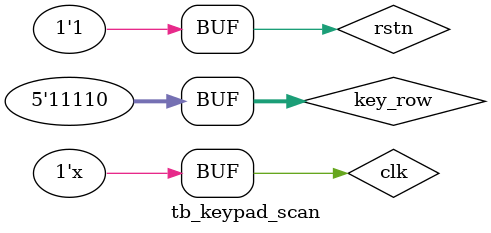
<source format=v>
module tb_keypad_scan(
    );
        
reg   clk, rstn;
reg   [4:0]   key_row;

wire    [3:0]   key_col;
wire    [19:0]  key_data;

keypad_scan U0 (
                .clk(clk),
                .rstn(rstn),
                .key_row(key_row),
                .key_col(key_col),
                .key_data(key_data));
initial begin
    clk =   0;      rstn = 1;
    #5  rstn = 0; 
    #25 rstn = 1 ;
end

always #10 clk = ~ clk ;

initial begin
    #30;
    repeat (3) begin
            key_row = 5'b11111;
        #20 key_row = 5'b01111;
        #20;
    end
    repeat (3) begin
            key_row = 5'b11111;
        #20 key_row = 5'b10111;
        #20;
    end
    repeat (3) begin
            key_row = 5'b11111;
        #20 key_row = 5'b11011;
        #20;
    end
    repeat (3) begin
            key_row = 5'b11111;
        #20 key_row = 5'b11101;
        #20;
    end
    repeat (3) begin
            key_row = 5'b11111;
        #20 key_row = 5'b11110;
        #20;
    end
end
endmodule

</source>
